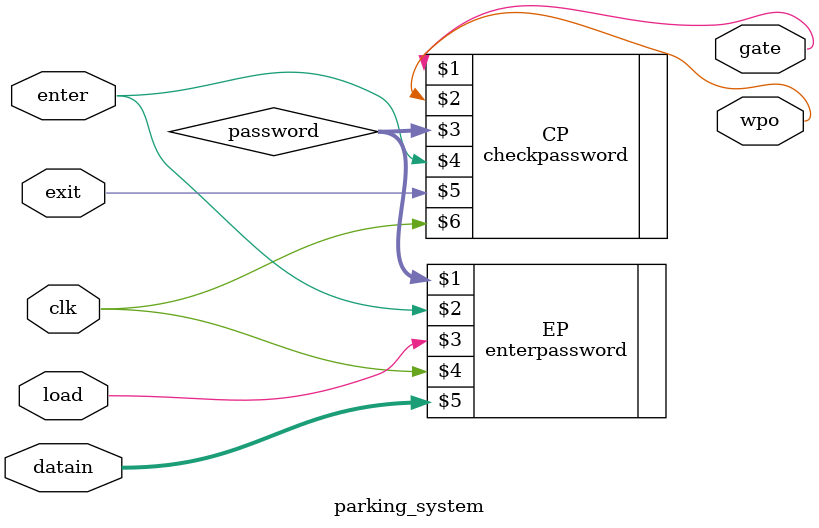
<source format=v>
`timescale 1ns / 1ps
module parking_system(enter,exit,load,clk,gate,datain,wpo);
input wire enter,exit,load;
input clk;
input [3:0] datain;
output gate,wpo;
wire [3:0] password;

enterpassword EP(password,enter,load,clk,datain);
checkpassword CP(gate,wpo,password,enter,exit,clk);

endmodule

</source>
